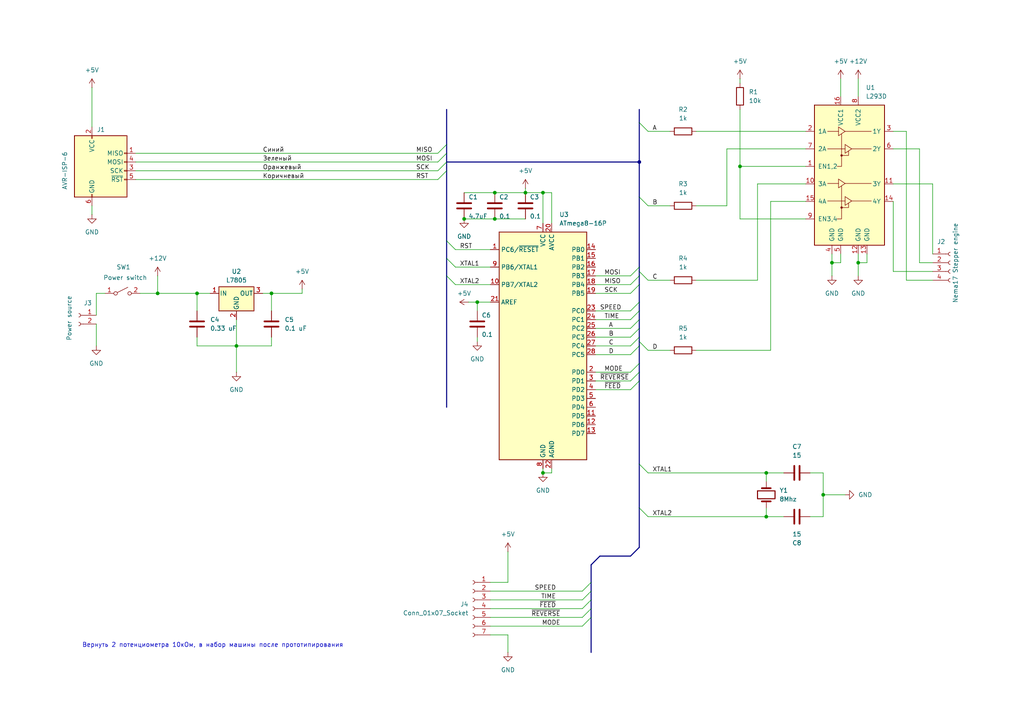
<source format=kicad_sch>
(kicad_sch (version 20231120) (generator "eeschema") (generator_version "8.0")
  (paper "A4")
  (title_block (title "Lead feeder - Main board") (date "2025-01-17") (rev "1") (company "Sorc LLC") (comment 2 "Божков Александр"))
  (lib_symbols
    (symbol "Connector:AVR-ISP-6" (pin_names (offset 1.016))
      (property "Reference" "J" (at -6.35 11.43 0))
      (property "Value" "AVR-ISP-6" (at 0 11.43 0))
      (symbol "AVR-ISP-6_0_1"
        (rectangle (start -2.667 -6.858) (end -2.413 -7.62))
        (rectangle (start -2.667 10.16) (end -2.413 9.398))
        (rectangle (start 7.62 -2.413) (end 6.858 -2.667))
        (rectangle (start 7.62 0.127) (end 6.858 -0.127))
        (rectangle (start 7.62 2.667) (end 6.858 2.413))
        (rectangle (start 7.62 5.207) (end 6.858 4.953))
        (rectangle (start 7.62 10.16) (end -7.62 -7.62) (stroke (width 0.254)) (fill (type background)))
      )
      (symbol "AVR-ISP-6_1_1"
        (pin passive line (at 10.16 5.08 180) (length 2.54) (name "MISO") (number "1"))
        (pin passive line (at -2.54 12.7 270) (length 2.54) (name "VCC") (number "2"))
        (pin passive line (at 10.16 0 180) (length 2.54) (name "SCK") (number "3"))
        (pin passive line (at 10.16 2.54 180) (length 2.54) (name "MOSI") (number "4"))
        (pin passive line (at 10.16 -2.54 180) (length 2.54) (name "~{RST}") (number "5"))
        (pin passive line (at -2.54 -10.16 90) (length 2.54) (name "GND") (number "6"))
      )
    )
    (symbol "Connector:Conn_01x02_Socket" (pin_names (offset 1.016) hide)
      (property "Reference" "J" (at 0 2.54 0))
      (property "Value" "Conn_01x02_Socket" (at 0 -5.08 0))
      (symbol "Conn_01x02_Socket_1_1"
        (arc (start 0 -2.032) (mid -0.5058 -2.54) (end 0 -3.048) (stroke (width 0.1524)))
        (polyline (pts (xy -1.27 -2.54) (xy -0.508 -2.54)) (stroke (width 0.1524)))
        (polyline (pts (xy -1.27 0) (xy -0.508 0)) (stroke (width 0.1524)))
        (arc (start 0 0.508) (mid -0.5058 0) (end 0 -0.508) (stroke (width 0.1524)))
        (pin passive line (at -5.08 0 0) (length 3.81) (name "Pin_1") (number "1"))
        (pin passive line (at -5.08 -2.54 0) (length 3.81) (name "Pin_2") (number "2"))
      )
    )
    (symbol "Connector:Conn_01x04_Socket" (pin_names (offset 1.016) hide)
      (property "Reference" "J" (at 0 5.08 0))
      (property "Value" "Conn_01x04_Socket" (at 0 -7.62 0))
      (symbol "Conn_01x04_Socket_1_1"
        (arc (start 0 -4.572) (mid -0.5058 -5.08) (end 0 -5.588) (stroke (width 0.1524)))
        (arc (start 0 -2.032) (mid -0.5058 -2.54) (end 0 -3.048) (stroke (width 0.1524)))
        (polyline (pts (xy -1.27 -5.08) (xy -0.508 -5.08)) (stroke (width 0.1524)))
        (polyline (pts (xy -1.27 -2.54) (xy -0.508 -2.54)) (stroke (width 0.1524)))
        (polyline (pts (xy -1.27 0) (xy -0.508 0)) (stroke (width 0.1524)))
        (polyline (pts (xy -1.27 2.54) (xy -0.508 2.54)) (stroke (width 0.1524)))
        (arc (start 0 0.508) (mid -0.5058 0) (end 0 -0.508) (stroke (width 0.1524)))
        (arc (start 0 3.048) (mid -0.5058 2.54) (end 0 2.032) (stroke (width 0.1524)))
        (pin passive line (at -5.08 2.54 0) (length 3.81) (name "Pin_1") (number "1"))
        (pin passive line (at -5.08 0 0) (length 3.81) (name "Pin_2") (number "2"))
        (pin passive line (at -5.08 -2.54 0) (length 3.81) (name "Pin_3") (number "3"))
        (pin passive line (at -5.08 -5.08 0) (length 3.81) (name "Pin_4") (number "4"))
      )
    )
    (symbol "Connector:Conn_01x07_Socket" (pin_names (offset 1.016) hide)
      (property "Reference" "J" (at 0 10.16 0))
      (property "Value" "Conn_01x07_Socket" (at 0 -10.16 0))
      (symbol "Conn_01x07_Socket_1_1"
        (arc (start 0 -7.112) (mid -0.5058 -7.62) (end 0 -8.128) (stroke (width 0.1524)))
        (arc (start 0 -4.572) (mid -0.5058 -5.08) (end 0 -5.588) (stroke (width 0.1524)))
        (arc (start 0 -2.032) (mid -0.5058 -2.54) (end 0 -3.048) (stroke (width 0.1524)))
        (polyline (pts (xy -1.27 -7.62) (xy -0.508 -7.62)) (stroke (width 0.1524)))
        (polyline (pts (xy -1.27 -5.08) (xy -0.508 -5.08)) (stroke (width 0.1524)))
        (polyline (pts (xy -1.27 -2.54) (xy -0.508 -2.54)) (stroke (width 0.1524)))
        (polyline (pts (xy -1.27 0) (xy -0.508 0)) (stroke (width 0.1524)))
        (polyline (pts (xy -1.27 2.54) (xy -0.508 2.54)) (stroke (width 0.1524)))
        (polyline (pts (xy -1.27 5.08) (xy -0.508 5.08)) (stroke (width 0.1524)))
        (polyline (pts (xy -1.27 7.62) (xy -0.508 7.62)) (stroke (width 0.1524)))
        (arc (start 0 0.508) (mid -0.5058 0) (end 0 -0.508) (stroke (width 0.1524)))
        (arc (start 0 3.048) (mid -0.5058 2.54) (end 0 2.032) (stroke (width 0.1524)))
        (arc (start 0 5.588) (mid -0.5058 5.08) (end 0 4.572) (stroke (width 0.1524)))
        (arc (start 0 8.128) (mid -0.5058 7.62) (end 0 7.112) (stroke (width 0.1524)))
        (pin passive line (at -5.08 7.62 0) (length 3.81) (name "Pin_1") (number "1"))
        (pin passive line (at -5.08 5.08 0) (length 3.81) (name "Pin_2") (number "2"))
        (pin passive line (at -5.08 2.54 0) (length 3.81) (name "Pin_3") (number "3"))
        (pin passive line (at -5.08 0 0) (length 3.81) (name "Pin_4") (number "4"))
        (pin passive line (at -5.08 -2.54 0) (length 3.81) (name "Pin_5") (number "5"))
        (pin passive line (at -5.08 -5.08 0) (length 3.81) (name "Pin_6") (number "6"))
        (pin passive line (at -5.08 -7.62 0) (length 3.81) (name "Pin_7") (number "7"))
      )
    )
    (symbol "Device:C" (pin_numbers hide) (pin_names (offset 0.254))
      (property "Reference" "C" (at 0.635 2.54 0))
      (property "Value" "C" (at 0.635 -2.54 0))
      (symbol "C_0_1"
        (polyline (pts (xy -2.032 -0.762) (xy 2.032 -0.762)) (stroke (width 0.508)))
        (polyline (pts (xy -2.032 0.762) (xy 2.032 0.762)) (stroke (width 0.508)))
      )
      (symbol "C_1_1"
        (pin passive line (at 0 3.81 270) (length 2.794) (name "~") (number "1"))
        (pin passive line (at 0 -3.81 90) (length 2.794) (name "~") (number "2"))
      )
    )
    (symbol "Device:Crystal" (pin_numbers hide) (pin_names (offset 1.016) hide)
      (property "Reference" "Y" (at 0 3.81 0))
      (property "Value" "Crystal" (at 0 -3.81 0))
      (symbol "Crystal_0_1"
        (rectangle (start -1.143 2.54) (end 1.143 -2.54) (stroke (width 0.3048)))
        (polyline (pts (xy -2.54 0) (xy -1.905 0)))
        (polyline (pts (xy -1.905 -1.27) (xy -1.905 1.27)) (stroke (width 0.508)))
        (polyline (pts (xy 1.905 -1.27) (xy 1.905 1.27)) (stroke (width 0.508)))
        (polyline (pts (xy 2.54 0) (xy 1.905 0)))
      )
      (symbol "Crystal_1_1"
        (pin passive line (at -3.81 0 0) (length 1.27) (name "1") (number "1"))
        (pin passive line (at 3.81 0 180) (length 1.27) (name "2") (number "2"))
      )
    )
    (symbol "Device:R" (pin_numbers hide) (pin_names (offset 0))
      (property "Reference" "R" (at 2.032 0 90))
      (property "Value" "R" (at 0 0 90))
      (symbol "R_0_1"
        (rectangle (start -1.016 -2.54) (end 1.016 2.54) (stroke (width 0.254)))
      )
      (symbol "R_1_1"
        (pin passive line (at 0 3.81 270) (length 1.27) (name "~") (number "1"))
        (pin passive line (at 0 -3.81 90) (length 1.27) (name "~") (number "2"))
      )
    )
    (symbol "Driver_Motor:L293D" (pin_names (offset 1.016))
      (property "Reference" "U" (at -5.08 26.035 0))
      (property "Value" "L293D" (at -5.08 24.13 0))
      (symbol "L293D_0_1"
        (rectangle (start -10.16 22.86) (end 10.16 -17.78) (stroke (width 0.254)) (fill (type background)))
        (circle (center -2.286 -6.858) (radius 0.254) (fill (type outline)))
        (circle (center -2.286 8.255) (radius 0.254) (fill (type outline)))
        (polyline (pts (xy -6.35 -4.953) (xy -1.27 -4.953)))
        (polyline (pts (xy -6.35 0.127) (xy -3.175 0.127)))
        (polyline (pts (xy -6.35 10.16) (xy -1.27 10.16)))
        (polyline (pts (xy -6.35 15.24) (xy -3.175 15.24)))
        (polyline (pts (xy -1.27 0.127) (xy 6.35 0.127)))
        (polyline (pts (xy -1.27 15.24) (xy 6.35 15.24)))
        (polyline (pts (xy 0.635 -4.953) (xy 6.35 -4.953)))
        (polyline (pts (xy 0.635 10.16) (xy 6.35 10.16)))
        (polyline (pts (xy -2.286 -6.858) (xy -0.254 -6.858) (xy -0.254 -5.588)))
        (polyline (pts (xy -2.286 -0.635) (xy -2.286 -10.16) (xy -3.556 -10.16)))
        (polyline (pts (xy -2.286 8.255) (xy -0.254 8.255) (xy -0.254 9.525)))
        (polyline (pts (xy -2.286 14.478) (xy -2.286 5.08) (xy -3.556 5.08)))
        (polyline (pts (xy -3.175 1.397) (xy -3.175 -1.143) (xy -1.27 0.127) (xy -3.175 1.397)))
        (polyline (pts (xy -3.175 16.51) (xy -3.175 13.97) (xy -1.27 15.24) (xy -3.175 16.51)))
        (polyline (pts (xy -1.27 -3.683) (xy -1.27 -6.223) (xy 0.635 -4.953) (xy -1.27 -3.683)))
        (polyline (pts (xy -1.27 11.43) (xy -1.27 8.89) (xy 0.635 10.16) (xy -1.27 11.43)))
      )
      (symbol "L293D_1_1"
        (pin input line (at -12.7 5.08 0) (length 2.54) (name "EN1,2") (number "1"))
        (pin input line (at -12.7 0 0) (length 2.54) (name "3A") (number "10"))
        (pin output line (at 12.7 0 180) (length 2.54) (name "3Y") (number "11"))
        (pin power_in line (at 2.54 -20.32 90) (length 2.54) (name "GND") (number "12"))
        (pin power_in line (at 5.08 -20.32 90) (length 2.54) (name "GND") (number "13"))
        (pin output line (at 12.7 -5.08 180) (length 2.54) (name "4Y") (number "14"))
        (pin input line (at -12.7 -5.08 0) (length 2.54) (name "4A") (number "15"))
        (pin power_in line (at -2.54 25.4 270) (length 2.54) (name "VCC1") (number "16"))
        (pin input line (at -12.7 15.24 0) (length 2.54) (name "1A") (number "2"))
        (pin output line (at 12.7 15.24 180) (length 2.54) (name "1Y") (number "3"))
        (pin power_in line (at -5.08 -20.32 90) (length 2.54) (name "GND") (number "4"))
        (pin power_in line (at -2.54 -20.32 90) (length 2.54) (name "GND") (number "5"))
        (pin output line (at 12.7 10.16 180) (length 2.54) (name "2Y") (number "6"))
        (pin input line (at -12.7 10.16 0) (length 2.54) (name "2A") (number "7"))
        (pin power_in line (at 2.54 25.4 270) (length 2.54) (name "VCC2") (number "8"))
        (pin input line (at -12.7 -10.16 0) (length 2.54) (name "EN3,4") (number "9"))
      )
    )
    (symbol "MCU_Microchip_ATmega:ATmega8-16P"
      (property "Reference" "U" (at -12.7 34.29 0))
      (property "Value" "ATmega8-16P" (at 5.08 -34.29 0))
      (symbol "ATmega8-16P_0_1"
        (rectangle (start -12.7 -33.02) (end 12.7 33.02) (stroke (width 0.254)) (fill (type background)))
      )
      (symbol "ATmega8-16P_1_1"
        (pin bidirectional line (at -15.24 27.94 0) (length 2.54) (name "PC6/~{RESET}") (number "1"))
        (pin bidirectional line (at -15.24 17.78 0) (length 2.54) (name "PB7/XTAL2") (number "10"))
        (pin bidirectional line (at 15.24 -20.32 180) (length 2.54) (name "PD5") (number "11"))
        (pin bidirectional line (at 15.24 -22.86 180) (length 2.54) (name "PD6") (number "12"))
        (pin bidirectional line (at 15.24 -25.4 180) (length 2.54) (name "PD7") (number "13"))
        (pin bidirectional line (at 15.24 27.94 180) (length 2.54) (name "PB0") (number "14"))
        (pin bidirectional line (at 15.24 25.4 180) (length 2.54) (name "PB1") (number "15"))
        (pin bidirectional line (at 15.24 22.86 180) (length 2.54) (name "PB2") (number "16"))
        (pin bidirectional line (at 15.24 20.32 180) (length 2.54) (name "PB3") (number "17"))
        (pin bidirectional line (at 15.24 17.78 180) (length 2.54) (name "PB4") (number "18"))
        (pin bidirectional line (at 15.24 15.24 180) (length 2.54) (name "PB5") (number "19"))
        (pin bidirectional line (at 15.24 -7.62 180) (length 2.54) (name "PD0") (number "2"))
        (pin power_in line (at 2.54 35.56 270) (length 2.54) (name "AVCC") (number "20"))
        (pin passive line (at -15.24 12.7 0) (length 2.54) (name "AREF") (number "21"))
        (pin power_in line (at 2.54 -35.56 90) (length 2.54) (name "AGND") (number "22"))
        (pin bidirectional line (at 15.24 10.16 180) (length 2.54) (name "PC0") (number "23"))
        (pin bidirectional line (at 15.24 7.62 180) (length 2.54) (name "PC1") (number "24"))
        (pin bidirectional line (at 15.24 5.08 180) (length 2.54) (name "PC2") (number "25"))
        (pin bidirectional line (at 15.24 2.54 180) (length 2.54) (name "PC3") (number "26"))
        (pin bidirectional line (at 15.24 0 180) (length 2.54) (name "PC4") (number "27"))
        (pin bidirectional line (at 15.24 -2.54 180) (length 2.54) (name "PC5") (number "28"))
        (pin bidirectional line (at 15.24 -10.16 180) (length 2.54) (name "PD1") (number "3"))
        (pin bidirectional line (at 15.24 -12.7 180) (length 2.54) (name "PD2") (number "4"))
        (pin bidirectional line (at 15.24 -15.24 180) (length 2.54) (name "PD3") (number "5"))
        (pin bidirectional line (at 15.24 -17.78 180) (length 2.54) (name "PD4") (number "6"))
        (pin power_in line (at 0 35.56 270) (length 2.54) (name "VCC") (number "7"))
        (pin power_in line (at 0 -35.56 90) (length 2.54) (name "GND") (number "8"))
        (pin bidirectional line (at -15.24 22.86 0) (length 2.54) (name "PB6/XTAL1") (number "9"))
      )
    )
    (symbol "Regulator_Linear:L7805" (pin_names (offset 0.254))
      (property "Reference" "U" (at -3.81 3.175 0))
      (property "Value" "L7805" (at 0 3.175 0))
      (symbol "L7805_0_1"
        (rectangle (start -5.08 1.905) (end 5.08 -5.08) (stroke (width 0.254)) (fill (type background)))
      )
      (symbol "L7805_1_1"
        (pin power_in line (at -7.62 0 0) (length 2.54) (name "IN") (number "1"))
        (pin power_in line (at 0 -7.62 90) (length 2.54) (name "GND") (number "2"))
        (pin power_out line (at 7.62 0 180) (length 2.54) (name "OUT") (number "3"))
      )
    )
    (symbol "Switch:SW_SPST" (pin_names (offset 0) hide)
      (property "Reference" "SW" (at 0 3.175 0))
      (property "Value" "SW_SPST" (at 0 -2.54 0))
      (symbol "SW_SPST_0_0"
        (circle (center -2.032 0) (radius 0.508))
        (polyline (pts (xy -1.524 0.254) (xy 1.524 1.778)))
        (circle (center 2.032 0) (radius 0.508))
      )
      (symbol "SW_SPST_1_1"
        (pin passive line (at -5.08 0 0) (length 2.54) (name "A") (number "1"))
        (pin passive line (at 5.08 0 180) (length 2.54) (name "B") (number "2"))
      )
    )
    (symbol "power:+12V" (power) (pin_numbers hide) (pin_names (offset 0) hide)
      (property "Value" "+12V" (at 0 3.556 0))
      (symbol "+12V_0_1"
        (polyline (pts (xy -0.762 1.27) (xy 0 2.54)))
        (polyline (pts (xy 0 0) (xy 0 2.54)))
        (polyline (pts (xy 0 2.54) (xy 0.762 1.27)))
      )
      (symbol "+12V_1_1"
        (pin power_in line (at 0 0 90) (length 0) (name "~") (number "1"))
      )
    )
    (symbol "power:+5V" (power) (pin_numbers hide) (pin_names (offset 0) hide)
      (property "Value" "+5V" (at 0 3.556 0))
      (symbol "+5V_0_1"
        (polyline (pts (xy -0.762 1.27) (xy 0 2.54)))
        (polyline (pts (xy 0 0) (xy 0 2.54)))
        (polyline (pts (xy 0 2.54) (xy 0.762 1.27)))
      )
      (symbol "+5V_1_1"
        (pin power_in line (at 0 0 90) (length 0) (name "~") (number "1"))
      )
    )
    (symbol "power:GND" (power) (pin_numbers hide) (pin_names (offset 0) hide)
      (property "Value" "GND" (at 0 -3.81 0))
      (symbol "GND_0_1"
        (polyline (pts (xy 0 0) (xy 0 -1.27) (xy 1.27 -1.27) (xy 0 -2.54) (xy -1.27 -1.27) (xy 0 -1.27)))
      )
      (symbol "GND_1_1"
        (pin power_in line (at 0 0 270) (length 0) (name "~") (number "1"))
      )
    )
  )
  (junction (at 143.51 63.5))
  (junction (at 138.43 87.63))
  (junction (at 45.72 85.09))
  (junction (at 152.4 55.88))
  (junction (at 78.74 85.09))
  (junction (at 185.42 46.99))
  (junction (at 222.25 149.86))
  (junction (at 68.58 100.33))
  (junction (at 214.63 48.26))
  (junction (at 57.15 85.09))
  (junction (at 157.48 137.16))
  (junction (at 157.48 55.88))
  (junction (at 134.62 63.5))
  (junction (at 238.76 143.51))
  (junction (at 248.92 76.2))
  (junction (at 143.51 55.88))
  (junction (at 241.3 76.2))
  (junction (at 222.25 137.16))
  (bus_entry (at 182.88 110.49) (size 2.54 -2.54))
  (bus_entry (at 129.54 74.93) (size 2.54 2.54))
  (bus_entry (at 185.42 35.56) (size 2.54 2.54))
  (bus_entry (at 185.42 57.15) (size 2.54 2.54))
  (bus_entry (at 127 44.45) (size 2.54 -2.54))
  (bus_entry (at 182.88 95.25) (size 2.54 -2.54))
  (bus_entry (at 182.88 82.55) (size 2.54 -2.54))
  (bus_entry (at 168.91 176.53) (size 2.54 -2.54))
  (bus_entry (at 182.88 97.79) (size 2.54 -2.54))
  (bus_entry (at 129.54 69.85) (size 2.54 2.54))
  (bus_entry (at 168.91 171.45) (size 2.54 -2.54))
  (bus_entry (at 185.42 147.32) (size 2.54 2.54))
  (bus_entry (at 168.91 179.07) (size 2.54 -2.54))
  (bus_entry (at 185.42 134.62) (size 2.54 2.54))
  (bus_entry (at 182.88 113.03) (size 2.54 -2.54))
  (bus_entry (at 168.91 181.61) (size 2.54 -2.54))
  (bus_entry (at 168.91 173.99) (size 2.54 -2.54))
  (bus_entry (at 127 46.99) (size 2.54 -2.54))
  (bus_entry (at 127 49.53) (size 2.54 -2.54))
  (bus_entry (at 129.54 80.01) (size 2.54 2.54))
  (bus_entry (at 185.42 99.06) (size 2.54 2.54))
  (bus_entry (at 182.88 102.87) (size 2.54 -2.54))
  (bus_entry (at 182.88 92.71) (size 2.54 -2.54))
  (bus_entry (at 182.88 80.01) (size 2.54 -2.54))
  (bus_entry (at 185.42 78.74) (size 2.54 2.54))
  (bus_entry (at 182.88 90.17) (size 2.54 -2.54))
  (bus_entry (at 127 52.07) (size 2.54 -2.54))
  (bus_entry (at 182.88 85.09) (size 2.54 -2.54))
  (bus_entry (at 182.88 107.95) (size 2.54 -2.54))
  (bus_entry (at 182.88 100.33) (size 2.54 -2.54))
  (wire (pts (xy 147.32 168.91) (xy 147.32 160.02)))
  (wire (pts (xy 201.93 59.69) (xy 210.82 59.69)))
  (wire (pts (xy 157.48 55.88) (xy 160.02 55.88)))
  (bus (pts (xy 171.45 173.99) (xy 171.45 176.53)))
  (wire (pts (xy 266.7 43.18) (xy 266.7 76.2)))
  (wire (pts (xy 201.93 38.1) (xy 233.68 38.1)))
  (wire (pts (xy 152.4 54.61) (xy 152.4 55.88)))
  (bus (pts (xy 129.54 49.53) (xy 129.54 69.85)))
  (wire (pts (xy 222.25 137.16) (xy 222.25 139.7)))
  (wire (pts (xy 142.24 184.15) (xy 147.32 184.15)))
  (bus (pts (xy 171.45 163.83) (xy 171.45 168.91)))
  (wire (pts (xy 26.67 25.4) (xy 26.67 36.83)))
  (wire (pts (xy 138.43 90.17) (xy 138.43 87.63)))
  (bus (pts (xy 185.42 100.33) (xy 185.42 105.41)))
  (bus (pts (xy 129.54 69.85) (xy 129.54 74.93)))
  (bus (pts (xy 185.42 107.95) (xy 185.42 110.49)))
  (wire (pts (xy 210.82 43.18) (xy 233.68 43.18)))
  (bus (pts (xy 185.42 80.01) (xy 185.42 82.55)))
  (wire (pts (xy 214.63 22.86) (xy 214.63 24.13)))
  (wire (pts (xy 222.25 149.86) (xy 222.25 147.32)))
  (wire (pts (xy 26.67 59.69) (xy 26.67 62.23)))
  (wire (pts (xy 172.72 97.79) (xy 182.88 97.79)))
  (wire (pts (xy 187.96 101.6) (xy 194.31 101.6)))
  (wire (pts (xy 172.72 80.01) (xy 182.88 80.01)))
  (wire (pts (xy 142.24 168.91) (xy 147.32 168.91)))
  (wire (pts (xy 39.37 52.07) (xy 127 52.07)))
  (bus (pts (xy 171.45 179.07) (xy 171.45 189.23)))
  (wire (pts (xy 172.72 110.49) (xy 182.88 110.49)))
  (wire (pts (xy 132.08 72.39) (xy 142.24 72.39)))
  (wire (pts (xy 214.63 31.75) (xy 214.63 48.26)))
  (wire (pts (xy 168.91 181.61) (xy 142.24 181.61)))
  (wire (pts (xy 259.08 53.34) (xy 270.51 53.34)))
  (wire (pts (xy 259.08 78.74) (xy 270.51 78.74)))
  (wire (pts (xy 187.96 137.16) (xy 222.25 137.16)))
  (wire (pts (xy 160.02 135.89) (xy 160.02 137.16)))
  (bus (pts (xy 185.42 82.55) (xy 185.42 87.63)))
  (wire (pts (xy 160.02 55.88) (xy 160.02 64.77)))
  (wire (pts (xy 187.96 38.1) (xy 194.31 38.1)))
  (bus (pts (xy 129.54 80.01) (xy 129.54 118.11)))
  (wire (pts (xy 233.68 58.42) (xy 223.52 58.42)))
  (wire (pts (xy 87.63 83.82) (xy 87.63 85.09)))
  (bus (pts (xy 185.42 46.99) (xy 185.42 57.15)))
  (wire (pts (xy 57.15 85.09) (xy 60.96 85.09)))
  (bus (pts (xy 185.42 134.62) (xy 185.42 147.32)))
  (wire (pts (xy 168.91 179.07) (xy 142.24 179.07)))
  (bus (pts (xy 171.45 176.53) (xy 171.45 179.07)))
  (wire (pts (xy 222.25 149.86) (xy 227.33 149.86)))
  (wire (pts (xy 248.92 76.2) (xy 248.92 73.66)))
  (wire (pts (xy 223.52 58.42) (xy 223.52 101.6)))
  (wire (pts (xy 27.94 93.98) (xy 27.94 100.33)))
  (wire (pts (xy 187.96 149.86) (xy 222.25 149.86)))
  (wire (pts (xy 219.71 53.34) (xy 219.71 81.28)))
  (wire (pts (xy 172.72 92.71) (xy 182.88 92.71)))
  (bus (pts (xy 185.42 35.56) (xy 185.42 46.99)))
  (bus (pts (xy 185.42 31.75) (xy 185.42 35.56)))
  (bus (pts (xy 171.45 163.83) (xy 173.99 161.29)))
  (bus (pts (xy 129.54 74.93) (xy 129.54 80.01)))
  (wire (pts (xy 76.2 85.09) (xy 78.74 85.09)))
  (wire (pts (xy 248.92 76.2) (xy 248.92 80.01)))
  (wire (pts (xy 138.43 99.06) (xy 138.43 97.79)))
  (wire (pts (xy 210.82 59.69) (xy 210.82 43.18)))
  (wire (pts (xy 30.48 85.09) (xy 27.94 85.09)))
  (wire (pts (xy 172.72 95.25) (xy 182.88 95.25)))
  (bus (pts (xy 171.45 171.45) (xy 171.45 173.99)))
  (wire (pts (xy 266.7 76.2) (xy 270.51 76.2)))
  (bus (pts (xy 185.42 92.71) (xy 185.42 95.25)))
  (wire (pts (xy 172.72 85.09) (xy 182.88 85.09)))
  (wire (pts (xy 138.43 87.63) (xy 142.24 87.63)))
  (wire (pts (xy 259.08 38.1) (xy 262.89 38.1)))
  (wire (pts (xy 201.93 81.28) (xy 219.71 81.28)))
  (wire (pts (xy 222.25 137.16) (xy 227.33 137.16)))
  (wire (pts (xy 57.15 85.09) (xy 57.15 90.17)))
  (wire (pts (xy 168.91 171.45) (xy 142.24 171.45)))
  (bus (pts (xy 185.42 90.17) (xy 185.42 92.71)))
  (wire (pts (xy 68.58 100.33) (xy 78.74 100.33)))
  (wire (pts (xy 57.15 100.33) (xy 68.58 100.33)))
  (wire (pts (xy 45.72 85.09) (xy 40.64 85.09)))
  (wire (pts (xy 68.58 92.71) (xy 68.58 100.33)))
  (wire (pts (xy 39.37 44.45) (xy 127 44.45)))
  (wire (pts (xy 201.93 101.6) (xy 223.52 101.6)))
  (bus (pts (xy 185.42 99.06) (xy 185.42 100.33)))
  (wire (pts (xy 134.62 63.5) (xy 143.51 63.5)))
  (wire (pts (xy 157.48 55.88) (xy 157.48 64.77)))
  (wire (pts (xy 143.51 55.88) (xy 152.4 55.88)))
  (bus (pts (xy 129.54 41.91) (xy 129.54 44.45)))
  (wire (pts (xy 233.68 63.5) (xy 214.63 63.5)))
  (wire (pts (xy 78.74 100.33) (xy 78.74 97.79)))
  (wire (pts (xy 248.92 76.2) (xy 251.46 76.2)))
  (wire (pts (xy 241.3 76.2) (xy 241.3 73.66)))
  (bus (pts (xy 129.54 46.99) (xy 129.54 49.53)))
  (wire (pts (xy 39.37 46.99) (xy 127 46.99)))
  (wire (pts (xy 214.63 63.5) (xy 214.63 48.26)))
  (wire (pts (xy 168.91 176.53) (xy 142.24 176.53)))
  (wire (pts (xy 238.76 137.16) (xy 234.95 137.16)))
  (bus (pts (xy 171.45 168.91) (xy 171.45 171.45)))
  (bus (pts (xy 185.42 158.75) (xy 185.42 147.32)))
  (bus (pts (xy 129.54 44.45) (xy 129.54 46.99)))
  (wire (pts (xy 270.51 53.34) (xy 270.51 73.66)))
  (wire (pts (xy 135.89 87.63) (xy 138.43 87.63)))
  (wire (pts (xy 172.72 107.95) (xy 182.88 107.95)))
  (wire (pts (xy 78.74 85.09) (xy 87.63 85.09)))
  (bus (pts (xy 185.42 57.15) (xy 185.42 77.47)))
  (wire (pts (xy 132.08 77.47) (xy 142.24 77.47)))
  (bus (pts (xy 185.42 78.74) (xy 185.42 80.01)))
  (bus (pts (xy 173.99 161.29) (xy 182.88 161.29)))
  (wire (pts (xy 27.94 91.44) (xy 27.94 85.09)))
  (bus (pts (xy 182.88 161.29) (xy 185.42 158.75)))
  (wire (pts (xy 259.08 43.18) (xy 266.7 43.18)))
  (wire (pts (xy 68.58 100.33) (xy 68.58 107.95)))
  (wire (pts (xy 238.76 143.51) (xy 238.76 137.16)))
  (wire (pts (xy 172.72 90.17) (xy 182.88 90.17)))
  (wire (pts (xy 243.84 22.86) (xy 243.84 27.94)))
  (wire (pts (xy 187.96 81.28) (xy 194.31 81.28)))
  (wire (pts (xy 234.95 149.86) (xy 238.76 149.86)))
  (wire (pts (xy 248.92 22.86) (xy 248.92 27.94)))
  (bus (pts (xy 185.42 77.47) (xy 185.42 78.74)))
  (wire (pts (xy 172.72 82.55) (xy 182.88 82.55)))
  (bus (pts (xy 185.42 105.41) (xy 185.42 107.95)))
  (bus (pts (xy 185.42 110.49) (xy 185.42 134.62)))
  (wire (pts (xy 243.84 76.2) (xy 243.84 73.66)))
  (bus (pts (xy 185.42 95.25) (xy 185.42 97.79)))
  (bus (pts (xy 129.54 46.99) (xy 185.42 46.99)))
  (bus (pts (xy 129.54 31.75) (xy 129.54 41.91)))
  (wire (pts (xy 147.32 184.15) (xy 147.32 189.23)))
  (wire (pts (xy 45.72 85.09) (xy 57.15 85.09)))
  (wire (pts (xy 45.72 80.01) (xy 45.72 85.09)))
  (bus (pts (xy 185.42 97.79) (xy 185.42 99.06)))
  (bus (pts (xy 185.42 87.63) (xy 185.42 90.17)))
  (wire (pts (xy 233.68 53.34) (xy 219.71 53.34)))
  (wire (pts (xy 262.89 38.1) (xy 262.89 81.28)))
  (wire (pts (xy 241.3 76.2) (xy 241.3 80.01)))
  (wire (pts (xy 134.62 55.88) (xy 143.51 55.88)))
  (wire (pts (xy 132.08 82.55) (xy 142.24 82.55)))
  (wire (pts (xy 251.46 76.2) (xy 251.46 73.66)))
  (wire (pts (xy 238.76 143.51) (xy 238.76 149.86)))
  (wire (pts (xy 214.63 48.26) (xy 233.68 48.26)))
  (wire (pts (xy 172.72 102.87) (xy 182.88 102.87)))
  (wire (pts (xy 168.91 173.99) (xy 142.24 173.99)))
  (wire (pts (xy 172.72 113.03) (xy 182.88 113.03)))
  (wire (pts (xy 172.72 100.33) (xy 182.88 100.33)))
  (wire (pts (xy 262.89 81.28) (xy 270.51 81.28)))
  (wire (pts (xy 160.02 137.16) (xy 157.48 137.16)))
  (wire (pts (xy 259.08 58.42) (xy 259.08 78.74)))
  (wire (pts (xy 78.74 85.09) (xy 78.74 90.17)))
  (wire (pts (xy 152.4 55.88) (xy 157.48 55.88)))
  (wire (pts (xy 39.37 49.53) (xy 127 49.53)))
  (wire (pts (xy 187.96 59.69) (xy 194.31 59.69)))
  (wire (pts (xy 243.84 76.2) (xy 241.3 76.2)))
  (wire (pts (xy 57.15 97.79) (xy 57.15 100.33)))
  (wire (pts (xy 143.51 63.5) (xy 152.4 63.5)))
  (wire (pts (xy 157.48 137.16) (xy 157.48 135.89)))
  (wire (pts (xy 245.11 143.51) (xy 238.76 143.51)))
  (text "Вернуть 2 потенциометра 10кОм, в набор машины после прототипирования" (at 61.722 187.198 0) (effects (font (size 1.27 1.27))))
  (label "RST" (at 120.65 52.07 0))
  (label "XTAL2" (at 189.23 149.86 0))
  (label "Коричневый" (at 76.2 52.07 0))
  (label "~{REVERSE}" (at 162.56 179.07 180))
  (label "~{FEED}" (at 175.26 113.03 0))
  (label "XTAL2" (at 133.35 82.55 0))
  (label "D" (at 176.53 102.87 0))
  (label "Оранжевый" (at 76.2 49.53 0))
  (label "C" (at 176.53 100.33 0))
  (label "XTAL1" (at 133.35 77.47 0))
  (label "RST" (at 133.35 72.39 0))
  (label "TIME" (at 161.29 173.99 180))
  (label "Зеленый" (at 76.2 46.99 0))
  (label "A" (at 176.53 95.25 0))
  (label "A" (at 189.23 38.1 0))
  (label "MODE" (at 162.56 181.61 180))
  (label "MODE" (at 175.26 107.95 0))
  (label "Синий" (at 76.2 44.45 0))
  (label "B" (at 189.23 59.69 0))
  (label "TIME" (at 175.26 92.71 0))
  (label "SCK" (at 120.65 49.53 0))
  (label "~{FEED}" (at 161.29 176.53 180))
  (label "~{REVERSE}" (at 173.99 110.49 0))
  (label "C" (at 189.23 81.28 0))
  (label "XTAL1" (at 189.23 137.16 0))
  (label "SCK" (at 175.26 85.09 0))
  (label "MISO" (at 175.26 82.55 0))
  (label "B" (at 176.53 97.79 0))
  (label "MOSI" (at 175.26 80.01 0))
  (label "MOSI" (at 120.65 46.99 0))
  (label "MISO" (at 120.65 44.45 0))
  (label "SPEED" (at 161.29 171.45 180))
  (label "SPEED" (at 173.99 90.17 0))
  (label "D" (at 189.23 101.6 0))
  (symbol (lib_id "power:+5V") (at 152.4 54.61 0) (unit 1)
    (property "Reference" "#PWR05" (effects (hide yes)))
    (property "Value" "+5V" (at 152.4 49.53 0))
    (property "Description" "Power symbol creates a global label with name \"+5V\"" (effects (hide yes)))
  )
  (symbol (lib_id "Device:R") (at 214.63 27.94 0) (unit 1)
    (property "Reference" "R1" (at 217.17 26.6699 0) (effects (justify left)))
    (property "Value" "10k" (at 217.17 29.2099 0) (effects (justify left)))
    (property "Footprint" "Resistor_SMD:R_1206_3216Metric_Pad1.30x1.75mm_HandSolder" (effects (hide yes)))
    (property "Description" "Resistor" (effects (hide yes)))
  )
  (symbol (lib_id "Connector:Conn_01x04_Socket") (at 275.59 76.2 0) (unit 1)
    (property "Reference" "J2" (at 271.78 70.104 0) (effects (justify left)))
    (property "Value" "Nema17 Stepper engine" (at 277.114 87.884 90) (effects (justify left)))
    (property "Footprint" "Connector_JST:JST_EH_B4B-EH-A_1x04_P2.50mm_Vertical" (effects (hide yes)))
    (property "Description" "Generic connector, single row, 01x04, script generated" (effects (hide yes)))
  )
  (symbol (lib_id "power:+5V") (at 135.89 87.63 90) (unit 1)
    (property "Reference" "#PWR012" (effects (hide yes)))
    (property "Value" "+5V" (at 134.62 85.09 90))
    (property "Description" "Power symbol creates a global label with name \"+5V\"" (effects (hide yes)))
  )
  (symbol (lib_id "power:+5V") (at 147.32 160.02 0) (mirror y) (unit 1)
    (property "Reference" "#PWR018" (effects (hide yes)))
    (property "Value" "+5V" (at 147.32 154.94 0))
    (property "Description" "Power symbol creates a global label with name \"+5V\"" (effects (hide yes)))
  )
  (symbol (lib_id "Switch:SW_SPST") (at 35.56 85.09 0) (unit 1)
    (property "Reference" "SW1" (at 35.814 77.47 0))
    (property "Value" "Power switch" (at 36.322 80.518 0))
    (property "Footprint" "Connector_Wire:SolderWire-0.5sqmm_1x02_P4.6mm_D0.9mm_OD2.1mm" (effects (hide yes)))
    (property "Description" "Single Pole Single Throw (SPST) switch" (effects (hide yes)))
  )
  (symbol (lib_id "Device:R") (at 198.12 59.69 90) (unit 1)
    (property "Reference" "R3" (at 198.12 53.34 90))
    (property "Value" "1k" (at 198.12 55.88 90))
    (property "Footprint" "Resistor_SMD:R_1206_3216Metric_Pad1.30x1.75mm_HandSolder" (effects (hide yes)))
    (property "Description" "Resistor" (effects (hide yes)))
  )
  (symbol (lib_id "power:GND") (at 245.11 143.51 90) (unit 1)
    (property "Reference" "#PWR017" (effects (hide yes)))
    (property "Value" "GND" (at 248.92 143.5099 90) (effects (justify right)))
    (property "Description" "Power symbol creates a global label with name \"GND\" , ground" (effects (hide yes)))
  )
  (symbol (lib_id "power:GND") (at 138.43 99.06 0) (unit 1)
    (property "Reference" "#PWR013" (effects (hide yes)))
    (property "Value" "GND" (at 138.43 104.14 0))
    (property "Description" "Power symbol creates a global label with name \"GND\" , ground" (effects (hide yes)))
  )
  (symbol (lib_id "power:GND") (at 248.92 80.01 0) (unit 1)
    (property "Reference" "#PWR09" (effects (hide yes)))
    (property "Value" "GND" (at 248.92 85.09 0))
    (property "Description" "Power symbol creates a global label with name \"GND\" , ground" (effects (hide yes)))
  )
  (symbol (lib_id "power:GND") (at 157.48 137.16 0) (unit 1)
    (property "Reference" "#PWR016" (effects (hide yes)))
    (property "Value" "GND" (at 157.48 142.24 0))
    (property "Description" "Power symbol creates a global label with name \"GND\" , ground" (effects (hide yes)))
  )
  (symbol (lib_id "Device:R") (at 198.12 38.1 90) (unit 1)
    (property "Reference" "R2" (at 198.12 31.75 90))
    (property "Value" "1k" (at 198.12 34.29 90))
    (property "Footprint" "Resistor_SMD:R_1206_3216Metric_Pad1.30x1.75mm_HandSolder" (effects (hide yes)))
    (property "Description" "Resistor" (effects (hide yes)))
  )
  (symbol (lib_id "Device:C") (at 57.15 93.98 0) (unit 1)
    (property "Reference" "C4" (at 60.96 92.7099 0) (effects (justify left)))
    (property "Value" "0.33 uF" (at 60.96 95.2499 0) (effects (justify left)))
    (property "Footprint" "Capacitor_SMD:C_1206_3216Metric_Pad1.33x1.80mm_HandSolder" (effects (hide yes)))
    (property "Datasheet" "https://www.chipdip.ru/product/grm31cr71h475ka12l" (effects (hide yes)))
    (property "Description" "Unpolarized capacitor" (effects (hide yes)))
  )
  (symbol (lib_id "power:GND") (at 147.32 189.23 0) (mirror y) (unit 1)
    (property "Reference" "#PWR019" (effects (hide yes)))
    (property "Value" "GND" (at 147.32 194.31 0))
    (property "Description" "Power symbol creates a global label with name \"GND\" , ground" (effects (hide yes)))
  )
  (symbol (lib_id "power:+5V") (at 87.63 83.82 0) (unit 1)
    (property "Reference" "#PWR011" (effects (hide yes)))
    (property "Value" "+5V" (at 87.63 78.74 0))
    (property "Description" "Power symbol creates a global label with name \"+5V\"" (effects (hide yes)))
  )
  (symbol (lib_id "Device:Crystal") (at 222.25 143.51 90) (unit 1)
    (property "Reference" "Y1" (at 226.06 142.2399 90) (effects (justify right)))
    (property "Value" "8Mhz" (at 226.06 144.7799 90) (effects (justify right)))
    (property "Footprint" "Crystal:Crystal_HC49-U_Vertical" (effects (hide yes)))
    (property "Description" "Two pin crystal" (effects (hide yes)))
  )
  (symbol (lib_id "power:GND") (at 241.3 80.01 0) (unit 1)
    (property "Reference" "#PWR08" (effects (hide yes)))
    (property "Value" "GND" (at 241.3 85.09 0))
    (property "Description" "Power symbol creates a global label with name \"GND\" , ground" (effects (hide yes)))
  )
  (symbol (lib_id "power:+5V") (at 26.67 25.4 0) (unit 1)
    (property "Reference" "#PWR04" (effects (hide yes)))
    (property "Value" "+5V" (at 26.67 20.32 0))
    (property "Description" "Power symbol creates a global label with name \"+5V\"" (effects (hide yes)))
  )
  (symbol (lib_id "Connector:Conn_01x02_Socket") (at 22.86 91.44 0) (mirror y) (unit 1)
    (property "Reference" "J3" (at 26.67 87.884 0) (effects (justify left)))
    (property "Value" "Power source" (at 20.066 98.806 90) (effects (justify left)))
    (property "Footprint" "Connector_Wire:SolderWire-0.5sqmm_1x02_P4.6mm_D0.9mm_OD2.1mm" (effects (hide yes)))
    (property "Description" "Generic connector, single row, 01x02, script generated" (effects (hide yes)))
  )
  (symbol (lib_id "Device:R") (at 198.12 81.28 90) (unit 1)
    (property "Reference" "R4" (at 198.12 74.93 90))
    (property "Value" "1k" (at 198.12 77.47 90))
    (property "Footprint" "Resistor_SMD:R_1206_3216Metric_Pad1.30x1.75mm_HandSolder" (effects (hide yes)))
    (property "Description" "Resistor" (effects (hide yes)))
  )
  (symbol (lib_id "power:GND") (at 26.67 62.23 0) (unit 1)
    (property "Reference" "#PWR06" (effects (hide yes)))
    (property "Value" "GND" (at 26.67 67.31 0))
    (property "Description" "Power symbol creates a global label with name \"GND\" , ground" (effects (hide yes)))
  )
  (symbol (lib_id "Connector:Conn_01x07_Socket") (at 137.16 176.53 0) (mirror y) (unit 1)
    (property "Reference" "J4" (at 135.89 175.2599 0) (effects (justify left)))
    (property "Value" "Conn_01x07_Socket" (at 135.89 177.7999 0) (effects (justify left)))
    (property "Footprint" "Connector_JST:JST_EH_S7B-EH_1x07_P2.50mm_Horizontal" (effects (hide yes)))
    (property "Description" "Generic connector, single row, 01x07, script generated" (effects (hide yes)))
  )
  (symbol (lib_id "Device:R") (at 198.12 101.6 90) (unit 1)
    (property "Reference" "R5" (at 198.12 95.25 90))
    (property "Value" "1k" (at 198.12 97.79 90))
    (property "Footprint" "Resistor_SMD:R_1206_3216Metric_Pad1.30x1.75mm_HandSolder" (effects (hide yes)))
    (property "Description" "Resistor" (effects (hide yes)))
  )
  (symbol (lib_id "Device:C") (at 78.74 93.98 0) (unit 1)
    (property "Reference" "C5" (at 82.55 92.7099 0) (effects (justify left)))
    (property "Value" "0.1 uF" (at 82.55 95.2499 0) (effects (justify left)))
    (property "Footprint" "Capacitor_SMD:C_1206_3216Metric_Pad1.33x1.80mm_HandSolder" (effects (hide yes)))
    (property "Datasheet" "https://www.chipdip.ru/product/grm31cr71h475ka12l" (effects (hide yes)))
    (property "Description" "Unpolarized capacitor" (effects (hide yes)))
  )
  (symbol (lib_id "Driver_Motor:L293D") (at 246.38 53.34 0) (unit 1)
    (property "Reference" "U1" (at 251.1141 25.4 0) (effects (justify left)))
    (property "Value" "L293D" (at 251.1141 27.94 0) (effects (justify left)))
    (property "Footprint" "Package_DIP:DIP-16_W7.62mm" (effects (hide yes)))
    (property "Datasheet" "http://www.ti.com/lit/ds/symlink/l293.pdf" (effects (hide yes)))
    (property "Description" "Quadruple Half-H Drivers" (effects (hide yes)))
  )
  (symbol (lib_id "Device:C") (at 143.51 59.69 0) (unit 1)
    (property "Reference" "C2" (at 144.78 57.15 0) (effects (justify left)))
    (property "Value" "0.1" (at 144.78 62.738 0) (effects (justify left)))
    (property "Footprint" "Capacitor_SMD:C_1206_3216Metric_Pad1.33x1.80mm_HandSolder" (effects (hide yes)))
    (property "Description" "Unpolarized capacitor" (effects (hide yes)))
  )
  (symbol (lib_id "Device:C") (at 152.4 59.69 0) (unit 1)
    (property "Reference" "C3" (at 153.67 57.15 0) (effects (justify left)))
    (property "Value" "0.1" (at 153.67 62.738 0) (effects (justify left)))
    (property "Footprint" "Capacitor_SMD:C_1206_3216Metric_Pad1.33x1.80mm_HandSolder" (effects (hide yes)))
    (property "Description" "Unpolarized capacitor" (effects (hide yes)))
  )
  (symbol (lib_id "Device:C") (at 231.14 137.16 90) (unit 1)
    (property "Reference" "C7" (at 231.14 129.54 90))
    (property "Value" "15" (at 231.14 132.08 90))
    (property "Footprint" "Capacitor_SMD:C_1206_3216Metric_Pad1.33x1.80mm_HandSolder" (effects (hide yes)))
    (property "Description" "Unpolarized capacitor" (effects (hide yes)))
  )
  (symbol (lib_id "power:+5V") (at 243.84 22.86 0) (unit 1)
    (property "Reference" "#PWR02" (effects (hide yes)))
    (property "Value" "+5V" (at 243.84 17.78 0))
    (property "Description" "Power symbol creates a global label with name \"+5V\"" (effects (hide yes)))
  )
  (symbol (lib_id "MCU_Microchip_ATmega:ATmega8-16P") (at 157.48 100.33 0) (unit 1)
    (property "Reference" "U3" (at 162.2141 62.23 0) (effects (justify left)))
    (property "Value" "ATmega8-16P" (at 162.2141 64.77 0) (effects (justify left)))
    (property "Footprint" "Package_DIP:DIP-28_W7.62mm" (effects (hide yes)))
    (property "Datasheet" "http://ww1.microchip.com/downloads/en/DeviceDoc/atmel-2486-8-bit-avr-microcontroller-atmega8_l_datasheet.pdf" (effects (hide yes)))
    (property "Description" "16MHz, 8kB Flash, 1kB SRAM, 512B EEPROM, DIP-28" (effects (hide yes)))
  )
  (symbol (lib_id "Regulator_Linear:L7805") (at 68.58 85.09 0) (unit 1)
    (property "Reference" "U2" (at 68.58 78.74 0))
    (property "Value" "L7805" (at 68.58 81.28 0))
    (property "Footprint" "Package_TO_SOT_THT:TO-220-3_Vertical" (effects (hide yes)))
    (property "Datasheet" "http://www.st.com/content/ccc/resource/technical/document/datasheet/41/4f/b3/b0/12/d4/47/88/CD00000444.pdf/files/CD00000444.pdf/jcr:content/translations/en.CD00000444.pdf" (effects (hide yes)))
    (property "Description" "Positive 1.5A 35V Linear Regulator, Fixed Output 5V, TO-220/TO-263/TO-252" (effects (hide yes)))
  )
  (symbol (lib_id "power:+5V") (at 214.63 22.86 0) (unit 1)
    (property "Reference" "#PWR01" (effects (hide yes)))
    (property "Value" "+5V" (at 214.63 17.78 0))
    (property "Description" "Power symbol creates a global label with name \"+5V\"" (effects (hide yes)))
  )
  (symbol (lib_id "Device:C") (at 231.14 149.86 90) (mirror x) (unit 1)
    (property "Reference" "C8" (at 231.14 157.48 90))
    (property "Value" "15" (at 231.14 154.94 90))
    (property "Footprint" "Capacitor_SMD:C_1206_3216Metric_Pad1.33x1.80mm_HandSolder" (effects (hide yes)))
    (property "Description" "Unpolarized capacitor" (effects (hide yes)))
  )
  (symbol (lib_id "power:+12V") (at 248.92 22.86 0) (unit 1)
    (property "Reference" "#PWR03" (effects (hide yes)))
    (property "Value" "+12V" (at 248.92 17.78 0))
    (property "Description" "Power symbol creates a global label with name \"+12V\"" (effects (hide yes)))
  )
  (symbol (lib_id "power:GND") (at 134.62 63.5 0) (unit 1)
    (property "Reference" "#PWR07" (effects (hide yes)))
    (property "Value" "GND" (at 134.62 68.58 0))
    (property "Description" "Power symbol creates a global label with name \"GND\" , ground" (effects (hide yes)))
  )
  (symbol (lib_id "power:GND") (at 68.58 107.95 0) (unit 1)
    (property "Reference" "#PWR015" (effects (hide yes)))
    (property "Value" "GND" (at 68.58 113.03 0))
    (property "Description" "Power symbol creates a global label with name \"GND\" , ground" (effects (hide yes)))
  )
  (symbol (lib_id "power:GND") (at 27.94 100.33 0) (unit 1)
    (property "Reference" "#PWR014" (effects (hide yes)))
    (property "Value" "GND" (at 27.94 105.41 0))
    (property "Description" "Power symbol creates a global label with name \"GND\" , ground" (effects (hide yes)))
  )
  (symbol (lib_id "power:+12V") (at 45.72 80.01 0) (unit 1)
    (property "Reference" "#PWR010" (effects (hide yes)))
    (property "Value" "+12V" (at 45.72 74.93 0))
    (property "Description" "Power symbol creates a global label with name \"+12V\"" (effects (hide yes)))
  )
  (symbol (lib_id "Device:C") (at 138.43 93.98 0) (unit 1)
    (property "Reference" "C6" (at 139.7 91.44 0) (effects (justify left)))
    (property "Value" "0.1" (at 139.7 97.028 0) (effects (justify left)))
    (property "Footprint" "Capacitor_SMD:C_1206_3216Metric_Pad1.33x1.80mm_HandSolder" (effects (hide yes)))
    (property "Description" "Unpolarized capacitor" (effects (hide yes)))
  )
  (symbol (lib_id "Device:C") (at 134.62 59.69 0) (unit 1)
    (property "Reference" "C1" (at 135.89 57.15 0) (effects (justify left)))
    (property "Value" "4.7uF" (at 135.89 62.738 0) (effects (justify left)))
    (property "Footprint" "Capacitor_SMD:C_1206_3216Metric_Pad1.33x1.80mm_HandSolder" (effects (hide yes)))
    (property "Description" "Unpolarized capacitor" (effects (hide yes)))
  )
  (symbol (lib_id "Connector:AVR-ISP-6") (at 29.21 49.53 0) (unit 1)
    (property "Reference" "J1" (at 30.48 37.592 0) (effects (justify right)))
    (property "Value" "AVR-ISP-6" (at 18.796 43.942 90) (effects (justify right)))
    (property "Footprint" "Connector_IDC:IDC-Header_2x03_P2.54mm_Vertical" (effects (hide yes)))
    (property "Description" "Atmel 6-pin ISP connector" (effects (hide yes)))
  )
)
</source>
